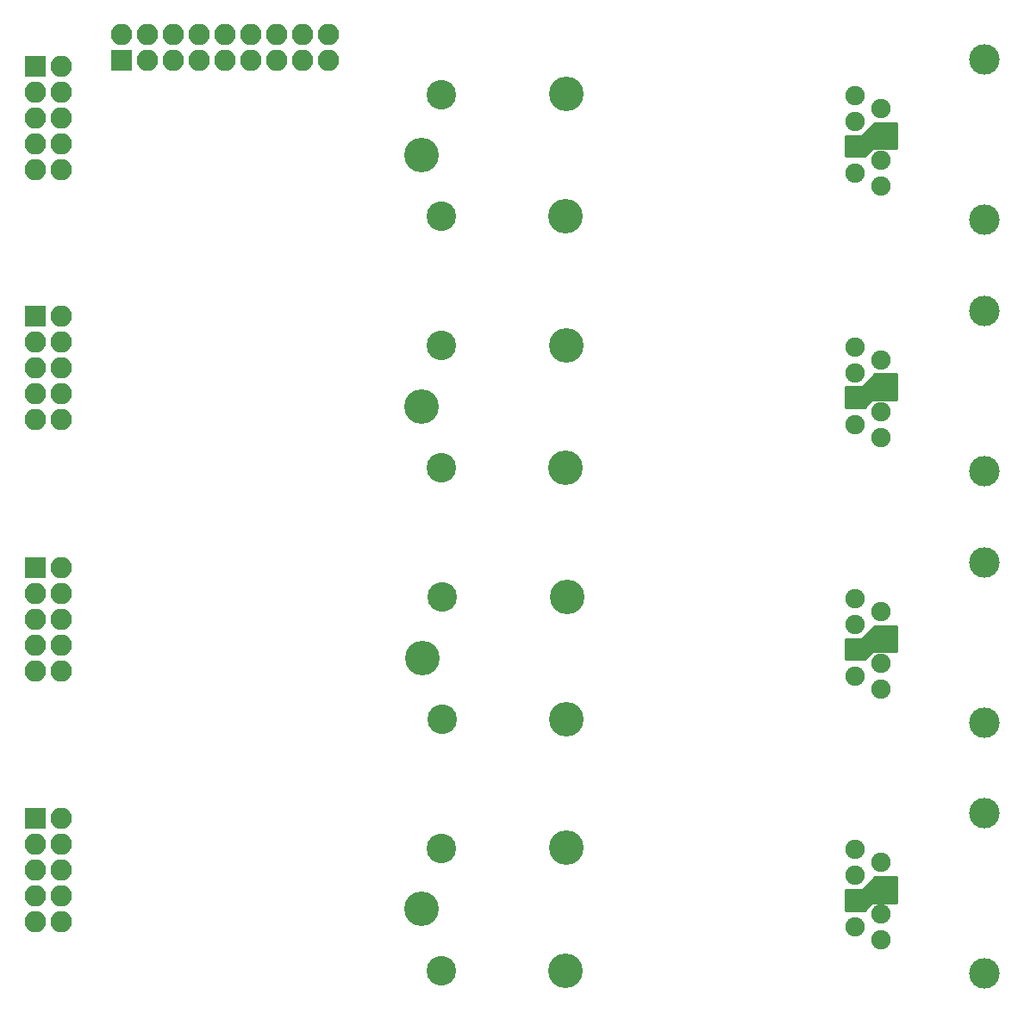
<source format=gbs>
G04 #@! TF.FileFunction,Soldermask,Bot*
%FSLAX46Y46*%
G04 Gerber Fmt 4.6, Leading zero omitted, Abs format (unit mm)*
G04 Created by KiCad (PCBNEW 4.0.7) date 03/01/19 13:16:32*
%MOMM*%
%LPD*%
G01*
G04 APERTURE LIST*
%ADD10C,0.100000*%
%ADD11C,1.900000*%
%ADD12C,3.000000*%
%ADD13C,2.900000*%
%ADD14C,3.400000*%
%ADD15R,2.100000X2.100000*%
%ADD16O,2.100000X2.100000*%
%ADD17C,0.254000*%
G04 APERTURE END LIST*
D10*
D11*
X223075500Y-136652000D03*
X223075500Y-139192000D03*
X223075500Y-141732000D03*
X223075500Y-144272000D03*
X220535500Y-135382000D03*
X220535500Y-137922000D03*
X220535500Y-140462000D03*
X220535500Y-143002000D03*
D12*
X233235500Y-147574000D03*
X233235500Y-131826000D03*
D13*
X179940500Y-73169500D03*
D14*
X192140500Y-73169500D03*
X192190500Y-61119500D03*
D13*
X179940500Y-61169500D03*
D14*
X177990500Y-67119500D03*
D13*
X179940500Y-147274000D03*
D14*
X192140500Y-147274000D03*
X192190500Y-135224000D03*
D13*
X179940500Y-135274000D03*
D14*
X177990500Y-141224000D03*
D13*
X179940500Y-97871000D03*
D14*
X192140500Y-97871000D03*
X192190500Y-85821000D03*
D13*
X179940500Y-85871000D03*
D14*
X177990500Y-91821000D03*
D13*
X180004000Y-122572500D03*
D14*
X192204000Y-122572500D03*
X192254000Y-110522500D03*
D13*
X180004000Y-110572500D03*
D14*
X178054000Y-116522500D03*
D15*
X148526500Y-57785000D03*
D16*
X148526500Y-55245000D03*
X151066500Y-57785000D03*
X151066500Y-55245000D03*
X153606500Y-57785000D03*
X153606500Y-55245000D03*
X156146500Y-57785000D03*
X156146500Y-55245000D03*
X158686500Y-57785000D03*
X158686500Y-55245000D03*
X161226500Y-57785000D03*
X161226500Y-55245000D03*
X163766500Y-57785000D03*
X163766500Y-55245000D03*
X166306500Y-57785000D03*
X166306500Y-55245000D03*
X168846500Y-57785000D03*
X168846500Y-55245000D03*
D15*
X140004800Y-58369200D03*
D16*
X142544800Y-58369200D03*
X140004800Y-60909200D03*
X142544800Y-60909200D03*
X140004800Y-63449200D03*
X142544800Y-63449200D03*
X140004800Y-65989200D03*
X142544800Y-65989200D03*
X140004800Y-68529200D03*
X142544800Y-68529200D03*
D15*
X140004800Y-132334000D03*
D16*
X142544800Y-132334000D03*
X140004800Y-134874000D03*
X142544800Y-134874000D03*
X140004800Y-137414000D03*
X142544800Y-137414000D03*
X140004800Y-139954000D03*
X142544800Y-139954000D03*
X140004800Y-142494000D03*
X142544800Y-142494000D03*
D15*
X140004800Y-107645200D03*
D16*
X142544800Y-107645200D03*
X140004800Y-110185200D03*
X142544800Y-110185200D03*
X140004800Y-112725200D03*
X142544800Y-112725200D03*
X140004800Y-115265200D03*
X142544800Y-115265200D03*
X140004800Y-117805200D03*
X142544800Y-117805200D03*
D15*
X140004800Y-82956400D03*
D16*
X142544800Y-82956400D03*
X140004800Y-85496400D03*
X142544800Y-85496400D03*
X140004800Y-88036400D03*
X142544800Y-88036400D03*
X140004800Y-90576400D03*
X142544800Y-90576400D03*
X140004800Y-93116400D03*
X142544800Y-93116400D03*
D11*
X223075500Y-62547500D03*
X223075500Y-65087500D03*
X223075500Y-67627500D03*
X223075500Y-70167500D03*
X220535500Y-61277500D03*
X220535500Y-63817500D03*
X220535500Y-66357500D03*
X220535500Y-68897500D03*
D12*
X233235500Y-73469500D03*
X233235500Y-57721500D03*
D11*
X223075500Y-87249000D03*
X223075500Y-89789000D03*
X223075500Y-92329000D03*
X223075500Y-94869000D03*
X220535500Y-85979000D03*
X220535500Y-88519000D03*
X220535500Y-91059000D03*
X220535500Y-93599000D03*
D12*
X233235500Y-98171000D03*
X233235500Y-82423000D03*
D11*
X223075500Y-112014000D03*
X223075500Y-114554000D03*
X223075500Y-117094000D03*
X223075500Y-119634000D03*
X220535500Y-110744000D03*
X220535500Y-113284000D03*
X220535500Y-115824000D03*
X220535500Y-118364000D03*
D12*
X233235500Y-122936000D03*
X233235500Y-107188000D03*
D17*
G36*
X224637600Y-140589000D02*
X222275400Y-140589000D01*
X222225990Y-140599006D01*
X222185597Y-140626197D01*
X221460794Y-141351000D01*
X219583000Y-141351000D01*
X219583000Y-139344400D01*
X221208600Y-139344400D01*
X221258010Y-139334394D01*
X221298403Y-139307203D01*
X222531206Y-138074400D01*
X224637600Y-138074400D01*
X224637600Y-140589000D01*
X224637600Y-140589000D01*
G37*
X224637600Y-140589000D02*
X222275400Y-140589000D01*
X222225990Y-140599006D01*
X222185597Y-140626197D01*
X221460794Y-141351000D01*
X219583000Y-141351000D01*
X219583000Y-139344400D01*
X221208600Y-139344400D01*
X221258010Y-139334394D01*
X221298403Y-139307203D01*
X222531206Y-138074400D01*
X224637600Y-138074400D01*
X224637600Y-140589000D01*
G36*
X224637600Y-66471800D02*
X222275400Y-66471800D01*
X222225990Y-66481806D01*
X222185597Y-66508997D01*
X221460794Y-67233800D01*
X219583000Y-67233800D01*
X219583000Y-65227200D01*
X221208600Y-65227200D01*
X221258010Y-65217194D01*
X221298403Y-65190003D01*
X222531206Y-63957200D01*
X224637600Y-63957200D01*
X224637600Y-66471800D01*
X224637600Y-66471800D01*
G37*
X224637600Y-66471800D02*
X222275400Y-66471800D01*
X222225990Y-66481806D01*
X222185597Y-66508997D01*
X221460794Y-67233800D01*
X219583000Y-67233800D01*
X219583000Y-65227200D01*
X221208600Y-65227200D01*
X221258010Y-65217194D01*
X221298403Y-65190003D01*
X222531206Y-63957200D01*
X224637600Y-63957200D01*
X224637600Y-66471800D01*
G36*
X224637600Y-115925600D02*
X222275400Y-115925600D01*
X222225990Y-115935606D01*
X222185597Y-115962797D01*
X221460794Y-116687600D01*
X219583000Y-116687600D01*
X219583000Y-114681000D01*
X221208600Y-114681000D01*
X221258010Y-114670994D01*
X221298403Y-114643803D01*
X222531206Y-113411000D01*
X224637600Y-113411000D01*
X224637600Y-115925600D01*
X224637600Y-115925600D01*
G37*
X224637600Y-115925600D02*
X222275400Y-115925600D01*
X222225990Y-115935606D01*
X222185597Y-115962797D01*
X221460794Y-116687600D01*
X219583000Y-116687600D01*
X219583000Y-114681000D01*
X221208600Y-114681000D01*
X221258010Y-114670994D01*
X221298403Y-114643803D01*
X222531206Y-113411000D01*
X224637600Y-113411000D01*
X224637600Y-115925600D01*
G36*
X224637600Y-91160600D02*
X222275400Y-91160600D01*
X222225990Y-91170606D01*
X222185597Y-91197797D01*
X221460794Y-91922600D01*
X219583000Y-91922600D01*
X219583000Y-89916000D01*
X221208600Y-89916000D01*
X221258010Y-89905994D01*
X221298403Y-89878803D01*
X222531206Y-88646000D01*
X224637600Y-88646000D01*
X224637600Y-91160600D01*
X224637600Y-91160600D01*
G37*
X224637600Y-91160600D02*
X222275400Y-91160600D01*
X222225990Y-91170606D01*
X222185597Y-91197797D01*
X221460794Y-91922600D01*
X219583000Y-91922600D01*
X219583000Y-89916000D01*
X221208600Y-89916000D01*
X221258010Y-89905994D01*
X221298403Y-89878803D01*
X222531206Y-88646000D01*
X224637600Y-88646000D01*
X224637600Y-91160600D01*
M02*

</source>
